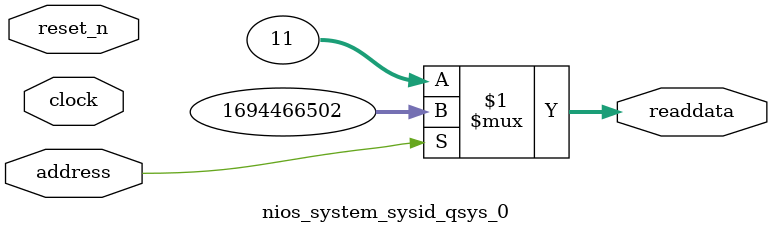
<source format=v>



// synthesis translate_off
`timescale 1ns / 1ps
// synthesis translate_on

// turn off superfluous verilog processor warnings 
// altera message_level Level1 
// altera message_off 10034 10035 10036 10037 10230 10240 10030 

module nios_system_sysid_qsys_0 (
               // inputs:
                address,
                clock,
                reset_n,

               // outputs:
                readdata
             )
;

  output  [ 31: 0] readdata;
  input            address;
  input            clock;
  input            reset_n;

  wire    [ 31: 0] readdata;
  //control_slave, which is an e_avalon_slave
  assign readdata = address ? 1694466502 : 11;

endmodule



</source>
